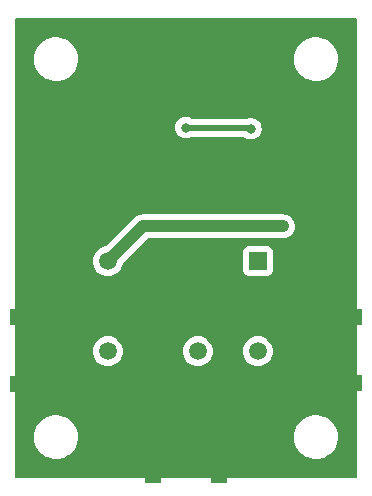
<source format=gbr>
%TF.GenerationSoftware,KiCad,Pcbnew,(6.0.1)*%
%TF.CreationDate,2022-02-11T18:29:38+00:00*%
%TF.ProjectId,Relay_RF_G6E,52656c61-795f-4524-965f-4736452e6b69,rev?*%
%TF.SameCoordinates,Original*%
%TF.FileFunction,Copper,L2,Bot*%
%TF.FilePolarity,Positive*%
%FSLAX46Y46*%
G04 Gerber Fmt 4.6, Leading zero omitted, Abs format (unit mm)*
G04 Created by KiCad (PCBNEW (6.0.1)) date 2022-02-11 18:29:38*
%MOMM*%
%LPD*%
G01*
G04 APERTURE LIST*
%TA.AperFunction,SMDPad,CuDef*%
%ADD10R,4.200000X1.350000*%
%TD*%
%TA.AperFunction,ComponentPad*%
%ADD11R,1.501140X1.501140*%
%TD*%
%TA.AperFunction,ComponentPad*%
%ADD12C,1.501140*%
%TD*%
%TA.AperFunction,SMDPad,CuDef*%
%ADD13R,1.350000X4.200000*%
%TD*%
%TA.AperFunction,ViaPad*%
%ADD14C,0.800000*%
%TD*%
%TA.AperFunction,ViaPad*%
%ADD15C,1.000000*%
%TD*%
%TA.AperFunction,Conductor*%
%ADD16C,0.500000*%
%TD*%
%TA.AperFunction,Conductor*%
%ADD17C,1.000000*%
%TD*%
G04 APERTURE END LIST*
D10*
%TO.P,J2,2,Ext*%
%TO.N,GND*%
X102223900Y-131526800D03*
X102223900Y-125876800D03*
%TD*%
D11*
%TO.P,K1,1*%
%TO.N,Net-(C1-Pad1)*%
X121091700Y-121108900D03*
D12*
%TO.P,K1,6*%
%TO.N,Net-(C2-Pad1)*%
X108391700Y-121108900D03*
%TO.P,K1,7*%
%TO.N,Net-(J2-Pad1)*%
X108391700Y-128728900D03*
%TO.P,K1,10*%
%TO.N,Net-(J3-Pad1)*%
X116011700Y-128728900D03*
%TO.P,K1,12*%
%TO.N,Net-(J4-Pad1)*%
X121091700Y-128728900D03*
%TD*%
D10*
%TO.P,J4,2,Ext*%
%TO.N,GND*%
X127823900Y-125800600D03*
X127823900Y-131450600D03*
%TD*%
D13*
%TO.P,J3,2,Ext*%
%TO.N,GND*%
X112175000Y-137800000D03*
X117825000Y-137800000D03*
%TD*%
D14*
%TO.N,GND*%
X111353600Y-134950200D03*
X117043200Y-133324600D03*
X123088400Y-126619000D03*
X118643400Y-135026400D03*
D15*
X118643400Y-107746800D03*
D14*
X110693200Y-138836400D03*
X112826800Y-132537200D03*
X128727200Y-124358400D03*
X103784400Y-124180600D03*
X119278400Y-136423400D03*
X117703600Y-127558800D03*
X105079800Y-130759200D03*
X124942600Y-132105400D03*
X124968000Y-126720600D03*
X121310400Y-130657600D03*
X124968000Y-125323600D03*
X120700800Y-126695200D03*
X126085600Y-124460000D03*
X112826800Y-134950200D03*
X128879600Y-132791200D03*
X112852200Y-130073400D03*
X110896400Y-128397000D03*
X106603800Y-126466600D03*
X106781600Y-130810000D03*
X103682800Y-132943600D03*
X119278400Y-129895600D03*
X124891800Y-130556000D03*
X119253000Y-138938000D03*
X117779800Y-129895600D03*
X105181400Y-125298200D03*
X110718600Y-136474200D03*
X119151400Y-127482600D03*
X123113800Y-130606800D03*
X105181400Y-126542800D03*
X101244400Y-132969000D03*
X101320600Y-124180600D03*
X117144800Y-135026400D03*
X105079800Y-132207000D03*
D15*
X109800000Y-110150000D03*
D14*
X115849400Y-126619000D03*
X117017800Y-131318000D03*
X109575600Y-131038600D03*
D15*
X119507000Y-111836200D03*
D14*
X109499400Y-126441200D03*
X113766600Y-127838200D03*
X126441200Y-132867400D03*
%TO.N,Net-(J1-Pad2)*%
X120500000Y-109900000D03*
X115000000Y-109800000D03*
D15*
%TO.N,Net-(C2-Pad1)*%
X123215400Y-118160800D03*
%TD*%
D16*
%TO.N,Net-(J1-Pad2)*%
X115000000Y-109800000D02*
X120250000Y-109800000D01*
X120250000Y-109800000D02*
X120400000Y-109800000D01*
X120400000Y-109800000D02*
X120500000Y-109900000D01*
D17*
%TO.N,Net-(C2-Pad1)*%
X123215400Y-118160800D02*
X111339800Y-118160800D01*
X111339800Y-118160800D02*
X108391700Y-121108900D01*
%TD*%
%TA.AperFunction,Conductor*%
%TO.N,GND*%
G36*
X129434121Y-100528002D02*
G01*
X129480614Y-100581658D01*
X129492000Y-100634000D01*
X129492000Y-139366000D01*
X129471998Y-139434121D01*
X129418342Y-139480614D01*
X129366000Y-139492000D01*
X100634000Y-139492000D01*
X100565879Y-139471998D01*
X100519386Y-139418342D01*
X100508000Y-139366000D01*
X100508000Y-136042277D01*
X102137009Y-136042277D01*
X102162625Y-136310769D01*
X102163710Y-136315203D01*
X102163711Y-136315209D01*
X102225645Y-136568312D01*
X102226731Y-136572750D01*
X102327985Y-136822733D01*
X102464265Y-137055482D01*
X102467118Y-137059049D01*
X102584686Y-137206060D01*
X102632716Y-137266119D01*
X102829809Y-137450234D01*
X103051416Y-137603968D01*
X103055499Y-137605999D01*
X103055502Y-137606001D01*
X103171013Y-137663466D01*
X103292894Y-137724101D01*
X103297228Y-137725522D01*
X103297231Y-137725523D01*
X103544853Y-137806698D01*
X103544859Y-137806699D01*
X103549186Y-137808118D01*
X103553677Y-137808898D01*
X103553678Y-137808898D01*
X103811140Y-137853601D01*
X103811148Y-137853602D01*
X103814921Y-137854257D01*
X103818758Y-137854448D01*
X103898578Y-137858422D01*
X103898586Y-137858422D01*
X103900149Y-137858500D01*
X104068512Y-137858500D01*
X104070780Y-137858335D01*
X104070792Y-137858335D01*
X104201884Y-137848823D01*
X104269004Y-137843953D01*
X104273459Y-137842969D01*
X104273462Y-137842969D01*
X104527912Y-137786791D01*
X104527916Y-137786790D01*
X104532372Y-137785806D01*
X104658480Y-137738028D01*
X104780318Y-137691868D01*
X104780321Y-137691867D01*
X104784588Y-137690250D01*
X105020368Y-137559286D01*
X105234773Y-137395657D01*
X105423312Y-137202792D01*
X105582034Y-136984730D01*
X105665190Y-136826676D01*
X105705490Y-136750079D01*
X105705493Y-136750073D01*
X105707615Y-136746039D01*
X105770378Y-136568312D01*
X105795902Y-136496033D01*
X105795902Y-136496032D01*
X105797425Y-136491720D01*
X105849581Y-136227100D01*
X105858782Y-136042277D01*
X124137009Y-136042277D01*
X124162625Y-136310769D01*
X124163710Y-136315203D01*
X124163711Y-136315209D01*
X124225645Y-136568312D01*
X124226731Y-136572750D01*
X124327985Y-136822733D01*
X124464265Y-137055482D01*
X124467118Y-137059049D01*
X124584686Y-137206060D01*
X124632716Y-137266119D01*
X124829809Y-137450234D01*
X125051416Y-137603968D01*
X125055499Y-137605999D01*
X125055502Y-137606001D01*
X125171013Y-137663466D01*
X125292894Y-137724101D01*
X125297228Y-137725522D01*
X125297231Y-137725523D01*
X125544853Y-137806698D01*
X125544859Y-137806699D01*
X125549186Y-137808118D01*
X125553677Y-137808898D01*
X125553678Y-137808898D01*
X125811140Y-137853601D01*
X125811148Y-137853602D01*
X125814921Y-137854257D01*
X125818758Y-137854448D01*
X125898578Y-137858422D01*
X125898586Y-137858422D01*
X125900149Y-137858500D01*
X126068512Y-137858500D01*
X126070780Y-137858335D01*
X126070792Y-137858335D01*
X126201884Y-137848823D01*
X126269004Y-137843953D01*
X126273459Y-137842969D01*
X126273462Y-137842969D01*
X126527912Y-137786791D01*
X126527916Y-137786790D01*
X126532372Y-137785806D01*
X126658480Y-137738028D01*
X126780318Y-137691868D01*
X126780321Y-137691867D01*
X126784588Y-137690250D01*
X127020368Y-137559286D01*
X127234773Y-137395657D01*
X127423312Y-137202792D01*
X127582034Y-136984730D01*
X127665190Y-136826676D01*
X127705490Y-136750079D01*
X127705493Y-136750073D01*
X127707615Y-136746039D01*
X127770378Y-136568312D01*
X127795902Y-136496033D01*
X127795902Y-136496032D01*
X127797425Y-136491720D01*
X127849581Y-136227100D01*
X127858782Y-136042277D01*
X127862764Y-135962292D01*
X127862764Y-135962286D01*
X127862991Y-135957723D01*
X127837375Y-135689231D01*
X127792042Y-135503967D01*
X127774355Y-135431688D01*
X127773269Y-135427250D01*
X127672015Y-135177267D01*
X127535735Y-134944518D01*
X127417928Y-134797208D01*
X127370136Y-134737447D01*
X127370135Y-134737445D01*
X127367284Y-134733881D01*
X127170191Y-134549766D01*
X126948584Y-134396032D01*
X126944501Y-134394001D01*
X126944498Y-134393999D01*
X126779606Y-134311967D01*
X126707106Y-134275899D01*
X126702772Y-134274478D01*
X126702769Y-134274477D01*
X126455147Y-134193302D01*
X126455141Y-134193301D01*
X126450814Y-134191882D01*
X126446322Y-134191102D01*
X126188860Y-134146399D01*
X126188852Y-134146398D01*
X126185079Y-134145743D01*
X126173817Y-134145182D01*
X126101422Y-134141578D01*
X126101414Y-134141578D01*
X126099851Y-134141500D01*
X125931488Y-134141500D01*
X125929220Y-134141665D01*
X125929208Y-134141665D01*
X125798116Y-134151177D01*
X125730996Y-134156047D01*
X125726541Y-134157031D01*
X125726538Y-134157031D01*
X125472088Y-134213209D01*
X125472084Y-134213210D01*
X125467628Y-134214194D01*
X125341520Y-134261972D01*
X125219682Y-134308132D01*
X125219679Y-134308133D01*
X125215412Y-134309750D01*
X124979632Y-134440714D01*
X124765227Y-134604343D01*
X124576688Y-134797208D01*
X124417966Y-135015270D01*
X124415844Y-135019304D01*
X124294510Y-135249921D01*
X124294507Y-135249927D01*
X124292385Y-135253961D01*
X124290865Y-135258266D01*
X124290863Y-135258270D01*
X124204098Y-135503967D01*
X124202575Y-135508280D01*
X124150419Y-135772900D01*
X124150192Y-135777453D01*
X124150192Y-135777456D01*
X124140991Y-135962292D01*
X124137009Y-136042277D01*
X105858782Y-136042277D01*
X105862764Y-135962292D01*
X105862764Y-135962286D01*
X105862991Y-135957723D01*
X105837375Y-135689231D01*
X105792042Y-135503967D01*
X105774355Y-135431688D01*
X105773269Y-135427250D01*
X105672015Y-135177267D01*
X105535735Y-134944518D01*
X105417928Y-134797208D01*
X105370136Y-134737447D01*
X105370135Y-134737445D01*
X105367284Y-134733881D01*
X105170191Y-134549766D01*
X104948584Y-134396032D01*
X104944501Y-134394001D01*
X104944498Y-134393999D01*
X104779606Y-134311967D01*
X104707106Y-134275899D01*
X104702772Y-134274478D01*
X104702769Y-134274477D01*
X104455147Y-134193302D01*
X104455141Y-134193301D01*
X104450814Y-134191882D01*
X104446322Y-134191102D01*
X104188860Y-134146399D01*
X104188852Y-134146398D01*
X104185079Y-134145743D01*
X104173817Y-134145182D01*
X104101422Y-134141578D01*
X104101414Y-134141578D01*
X104099851Y-134141500D01*
X103931488Y-134141500D01*
X103929220Y-134141665D01*
X103929208Y-134141665D01*
X103798116Y-134151177D01*
X103730996Y-134156047D01*
X103726541Y-134157031D01*
X103726538Y-134157031D01*
X103472088Y-134213209D01*
X103472084Y-134213210D01*
X103467628Y-134214194D01*
X103341520Y-134261972D01*
X103219682Y-134308132D01*
X103219679Y-134308133D01*
X103215412Y-134309750D01*
X102979632Y-134440714D01*
X102765227Y-134604343D01*
X102576688Y-134797208D01*
X102417966Y-135015270D01*
X102415844Y-135019304D01*
X102294510Y-135249921D01*
X102294507Y-135249927D01*
X102292385Y-135253961D01*
X102290865Y-135258266D01*
X102290863Y-135258270D01*
X102204098Y-135503967D01*
X102202575Y-135508280D01*
X102150419Y-135772900D01*
X102150192Y-135777453D01*
X102150192Y-135777456D01*
X102140991Y-135962292D01*
X102137009Y-136042277D01*
X100508000Y-136042277D01*
X100508000Y-128728900D01*
X107127821Y-128728900D01*
X107147022Y-128948370D01*
X107204042Y-129161172D01*
X107297149Y-129360839D01*
X107423513Y-129541306D01*
X107579294Y-129697087D01*
X107583802Y-129700244D01*
X107583805Y-129700246D01*
X107658891Y-129752821D01*
X107759760Y-129823451D01*
X107764742Y-129825774D01*
X107764747Y-129825777D01*
X107954446Y-129914235D01*
X107959428Y-129916558D01*
X107964736Y-129917980D01*
X107964738Y-129917981D01*
X108166915Y-129972154D01*
X108166917Y-129972154D01*
X108172230Y-129973578D01*
X108391700Y-129992779D01*
X108611170Y-129973578D01*
X108616483Y-129972154D01*
X108616485Y-129972154D01*
X108818662Y-129917981D01*
X108818664Y-129917980D01*
X108823972Y-129916558D01*
X108828954Y-129914235D01*
X109018653Y-129825777D01*
X109018658Y-129825774D01*
X109023640Y-129823451D01*
X109124509Y-129752821D01*
X109199595Y-129700246D01*
X109199598Y-129700244D01*
X109204106Y-129697087D01*
X109359887Y-129541306D01*
X109486251Y-129360839D01*
X109579358Y-129161172D01*
X109636378Y-128948370D01*
X109655579Y-128728900D01*
X114747821Y-128728900D01*
X114767022Y-128948370D01*
X114824042Y-129161172D01*
X114917149Y-129360839D01*
X115043513Y-129541306D01*
X115199294Y-129697087D01*
X115203802Y-129700244D01*
X115203805Y-129700246D01*
X115278891Y-129752821D01*
X115379760Y-129823451D01*
X115384742Y-129825774D01*
X115384747Y-129825777D01*
X115574446Y-129914235D01*
X115579428Y-129916558D01*
X115584736Y-129917980D01*
X115584738Y-129917981D01*
X115786915Y-129972154D01*
X115786917Y-129972154D01*
X115792230Y-129973578D01*
X116011700Y-129992779D01*
X116231170Y-129973578D01*
X116236483Y-129972154D01*
X116236485Y-129972154D01*
X116438662Y-129917981D01*
X116438664Y-129917980D01*
X116443972Y-129916558D01*
X116448954Y-129914235D01*
X116638653Y-129825777D01*
X116638658Y-129825774D01*
X116643640Y-129823451D01*
X116744509Y-129752821D01*
X116819595Y-129700246D01*
X116819598Y-129700244D01*
X116824106Y-129697087D01*
X116979887Y-129541306D01*
X117106251Y-129360839D01*
X117199358Y-129161172D01*
X117256378Y-128948370D01*
X117275579Y-128728900D01*
X119827821Y-128728900D01*
X119847022Y-128948370D01*
X119904042Y-129161172D01*
X119997149Y-129360839D01*
X120123513Y-129541306D01*
X120279294Y-129697087D01*
X120283802Y-129700244D01*
X120283805Y-129700246D01*
X120358891Y-129752821D01*
X120459760Y-129823451D01*
X120464742Y-129825774D01*
X120464747Y-129825777D01*
X120654446Y-129914235D01*
X120659428Y-129916558D01*
X120664736Y-129917980D01*
X120664738Y-129917981D01*
X120866915Y-129972154D01*
X120866917Y-129972154D01*
X120872230Y-129973578D01*
X121091700Y-129992779D01*
X121311170Y-129973578D01*
X121316483Y-129972154D01*
X121316485Y-129972154D01*
X121518662Y-129917981D01*
X121518664Y-129917980D01*
X121523972Y-129916558D01*
X121528954Y-129914235D01*
X121718653Y-129825777D01*
X121718658Y-129825774D01*
X121723640Y-129823451D01*
X121824509Y-129752821D01*
X121899595Y-129700246D01*
X121899598Y-129700244D01*
X121904106Y-129697087D01*
X122059887Y-129541306D01*
X122186251Y-129360839D01*
X122279358Y-129161172D01*
X122336378Y-128948370D01*
X122355579Y-128728900D01*
X122336378Y-128509430D01*
X122279358Y-128296628D01*
X122186251Y-128096961D01*
X122059887Y-127916494D01*
X121904106Y-127760713D01*
X121899598Y-127757556D01*
X121899595Y-127757554D01*
X121824509Y-127704979D01*
X121723640Y-127634349D01*
X121718658Y-127632026D01*
X121718653Y-127632023D01*
X121528954Y-127543565D01*
X121528953Y-127543564D01*
X121523972Y-127541242D01*
X121518664Y-127539820D01*
X121518662Y-127539819D01*
X121316485Y-127485646D01*
X121316483Y-127485646D01*
X121311170Y-127484222D01*
X121091700Y-127465021D01*
X120872230Y-127484222D01*
X120866917Y-127485646D01*
X120866915Y-127485646D01*
X120664738Y-127539819D01*
X120664736Y-127539820D01*
X120659428Y-127541242D01*
X120654448Y-127543564D01*
X120654446Y-127543565D01*
X120464742Y-127632026D01*
X120464739Y-127632028D01*
X120459761Y-127634349D01*
X120279294Y-127760713D01*
X120123513Y-127916494D01*
X119997149Y-128096961D01*
X119904042Y-128296628D01*
X119847022Y-128509430D01*
X119827821Y-128728900D01*
X117275579Y-128728900D01*
X117256378Y-128509430D01*
X117199358Y-128296628D01*
X117106251Y-128096961D01*
X116979887Y-127916494D01*
X116824106Y-127760713D01*
X116819598Y-127757556D01*
X116819595Y-127757554D01*
X116744509Y-127704979D01*
X116643640Y-127634349D01*
X116638658Y-127632026D01*
X116638653Y-127632023D01*
X116448954Y-127543565D01*
X116448953Y-127543564D01*
X116443972Y-127541242D01*
X116438664Y-127539820D01*
X116438662Y-127539819D01*
X116236485Y-127485646D01*
X116236483Y-127485646D01*
X116231170Y-127484222D01*
X116011700Y-127465021D01*
X115792230Y-127484222D01*
X115786917Y-127485646D01*
X115786915Y-127485646D01*
X115584738Y-127539819D01*
X115584736Y-127539820D01*
X115579428Y-127541242D01*
X115574448Y-127543564D01*
X115574446Y-127543565D01*
X115384742Y-127632026D01*
X115384739Y-127632028D01*
X115379761Y-127634349D01*
X115199294Y-127760713D01*
X115043513Y-127916494D01*
X114917149Y-128096961D01*
X114824042Y-128296628D01*
X114767022Y-128509430D01*
X114747821Y-128728900D01*
X109655579Y-128728900D01*
X109636378Y-128509430D01*
X109579358Y-128296628D01*
X109486251Y-128096961D01*
X109359887Y-127916494D01*
X109204106Y-127760713D01*
X109199598Y-127757556D01*
X109199595Y-127757554D01*
X109124509Y-127704979D01*
X109023640Y-127634349D01*
X109018658Y-127632026D01*
X109018653Y-127632023D01*
X108828954Y-127543565D01*
X108828953Y-127543564D01*
X108823972Y-127541242D01*
X108818664Y-127539820D01*
X108818662Y-127539819D01*
X108616485Y-127485646D01*
X108616483Y-127485646D01*
X108611170Y-127484222D01*
X108391700Y-127465021D01*
X108172230Y-127484222D01*
X108166917Y-127485646D01*
X108166915Y-127485646D01*
X107964738Y-127539819D01*
X107964736Y-127539820D01*
X107959428Y-127541242D01*
X107954448Y-127543564D01*
X107954446Y-127543565D01*
X107764742Y-127632026D01*
X107764739Y-127632028D01*
X107759761Y-127634349D01*
X107579294Y-127760713D01*
X107423513Y-127916494D01*
X107297149Y-128096961D01*
X107204042Y-128296628D01*
X107147022Y-128509430D01*
X107127821Y-128728900D01*
X100508000Y-128728900D01*
X100508000Y-121108900D01*
X107127821Y-121108900D01*
X107147022Y-121328370D01*
X107204042Y-121541172D01*
X107297149Y-121740839D01*
X107423513Y-121921306D01*
X107579294Y-122077087D01*
X107583802Y-122080244D01*
X107583805Y-122080246D01*
X107608828Y-122097767D01*
X107759760Y-122203451D01*
X107764742Y-122205774D01*
X107764747Y-122205777D01*
X107954446Y-122294235D01*
X107959428Y-122296558D01*
X107964736Y-122297980D01*
X107964738Y-122297981D01*
X108166915Y-122352154D01*
X108166917Y-122352154D01*
X108172230Y-122353578D01*
X108391700Y-122372779D01*
X108611170Y-122353578D01*
X108616483Y-122352154D01*
X108616485Y-122352154D01*
X108818662Y-122297981D01*
X108818664Y-122297980D01*
X108823972Y-122296558D01*
X108828954Y-122294235D01*
X109018653Y-122205777D01*
X109018658Y-122205774D01*
X109023640Y-122203451D01*
X109174572Y-122097767D01*
X109199595Y-122080246D01*
X109199598Y-122080244D01*
X109204106Y-122077087D01*
X109359887Y-121921306D01*
X109369481Y-121907604D01*
X119832630Y-121907604D01*
X119839385Y-121969786D01*
X119890515Y-122106175D01*
X119977869Y-122222731D01*
X120094425Y-122310085D01*
X120230814Y-122361215D01*
X120292996Y-122367970D01*
X121890404Y-122367970D01*
X121952586Y-122361215D01*
X122088975Y-122310085D01*
X122205531Y-122222731D01*
X122292885Y-122106175D01*
X122344015Y-121969786D01*
X122350770Y-121907604D01*
X122350770Y-120310196D01*
X122344015Y-120248014D01*
X122292885Y-120111625D01*
X122205531Y-119995069D01*
X122088975Y-119907715D01*
X121952586Y-119856585D01*
X121890404Y-119849830D01*
X120292996Y-119849830D01*
X120230814Y-119856585D01*
X120094425Y-119907715D01*
X119977869Y-119995069D01*
X119890515Y-120111625D01*
X119839385Y-120248014D01*
X119832630Y-120310196D01*
X119832630Y-121907604D01*
X109369481Y-121907604D01*
X109486251Y-121740839D01*
X109579358Y-121541172D01*
X109636378Y-121328370D01*
X109636857Y-121322890D01*
X109637005Y-121322053D01*
X109671996Y-121254839D01*
X111720629Y-119206205D01*
X111782941Y-119172180D01*
X111809724Y-119169300D01*
X123147626Y-119169300D01*
X123162545Y-119170186D01*
X123194177Y-119173958D01*
X123200312Y-119173486D01*
X123200314Y-119173486D01*
X123249889Y-119169671D01*
X123259556Y-119169300D01*
X123265169Y-119169300D01*
X123301991Y-119165690D01*
X123304612Y-119165460D01*
X123311218Y-119164952D01*
X123385231Y-119159257D01*
X123385235Y-119159256D01*
X123391372Y-119158784D01*
X123397303Y-119157128D01*
X123401745Y-119156345D01*
X123406108Y-119155481D01*
X123412233Y-119154880D01*
X123495531Y-119129731D01*
X123498065Y-119128995D01*
X123575925Y-119107256D01*
X123575926Y-119107256D01*
X123581863Y-119105598D01*
X123587367Y-119102818D01*
X123591564Y-119101190D01*
X123595673Y-119099496D01*
X123601569Y-119097716D01*
X123678394Y-119056868D01*
X123680736Y-119055654D01*
X123752902Y-119019200D01*
X123758396Y-119016425D01*
X123763249Y-119012633D01*
X123767008Y-119010248D01*
X123770751Y-119007761D01*
X123776196Y-119004866D01*
X123843648Y-118949853D01*
X123845689Y-118948224D01*
X123909387Y-118898459D01*
X123909393Y-118898453D01*
X123914247Y-118894661D01*
X123918273Y-118889997D01*
X123921494Y-118886929D01*
X123924683Y-118883763D01*
X123929462Y-118879865D01*
X123984941Y-118812803D01*
X123986575Y-118810869D01*
X124043478Y-118744945D01*
X124046521Y-118739588D01*
X124049108Y-118735921D01*
X124051604Y-118732221D01*
X124055530Y-118727475D01*
X124096937Y-118650895D01*
X124098208Y-118648603D01*
X124138125Y-118578337D01*
X124141169Y-118572979D01*
X124143113Y-118567135D01*
X124144947Y-118563016D01*
X124146672Y-118558913D01*
X124149598Y-118553501D01*
X124175332Y-118470368D01*
X124176135Y-118467867D01*
X124201649Y-118391169D01*
X124203597Y-118385313D01*
X124204370Y-118379192D01*
X124205369Y-118374795D01*
X124206260Y-118370452D01*
X124208082Y-118364568D01*
X124217180Y-118278005D01*
X124217482Y-118275397D01*
X124227943Y-118192596D01*
X124227943Y-118192591D01*
X124228385Y-118189095D01*
X124228670Y-118168684D01*
X124228755Y-118167875D01*
X124228691Y-118167172D01*
X124228780Y-118160800D01*
X124219505Y-118066203D01*
X124219423Y-118065328D01*
X124211388Y-117977045D01*
X124210830Y-117970912D01*
X124209827Y-117967503D01*
X124209480Y-117963967D01*
X124182039Y-117873079D01*
X124181814Y-117872325D01*
X124156729Y-117787091D01*
X124154990Y-117781181D01*
X124153342Y-117778028D01*
X124152316Y-117774631D01*
X124107689Y-117690699D01*
X124107322Y-117690001D01*
X124066214Y-117611369D01*
X124063360Y-117605910D01*
X124061135Y-117603142D01*
X124059466Y-117600004D01*
X124044710Y-117581911D01*
X123999459Y-117526428D01*
X123998906Y-117525744D01*
X123943298Y-117456582D01*
X123943292Y-117456576D01*
X123939432Y-117451775D01*
X123936711Y-117449492D01*
X123934465Y-117446738D01*
X123928418Y-117441735D01*
X123884421Y-117405338D01*
X123861264Y-117386181D01*
X123860729Y-117385735D01*
X123787926Y-117324646D01*
X123784811Y-117322934D01*
X123782075Y-117320670D01*
X123698501Y-117275482D01*
X123697763Y-117275079D01*
X123685147Y-117268143D01*
X123614613Y-117229367D01*
X123611230Y-117228294D01*
X123608101Y-117226602D01*
X123517374Y-117198518D01*
X123516558Y-117198262D01*
X123431965Y-117171427D01*
X123431961Y-117171426D01*
X123426094Y-117169565D01*
X123422563Y-117169169D01*
X123419168Y-117168118D01*
X123324693Y-117158189D01*
X123323979Y-117158111D01*
X123272173Y-117152300D01*
X123269600Y-117152300D01*
X123265624Y-117151980D01*
X123228604Y-117148089D01*
X123228602Y-117148089D01*
X123222475Y-117147445D01*
X123174830Y-117151781D01*
X123163410Y-117152300D01*
X111401643Y-117152300D01*
X111388036Y-117151563D01*
X111356538Y-117148141D01*
X111356533Y-117148141D01*
X111350412Y-117147476D01*
X111324162Y-117149773D01*
X111300412Y-117151850D01*
X111295586Y-117152179D01*
X111293114Y-117152300D01*
X111290031Y-117152300D01*
X111278062Y-117153474D01*
X111247294Y-117156490D01*
X111245981Y-117156612D01*
X111201716Y-117160485D01*
X111153387Y-117164713D01*
X111148268Y-117166200D01*
X111142967Y-117166720D01*
X111053966Y-117193591D01*
X111052833Y-117193926D01*
X110969386Y-117218170D01*
X110969382Y-117218172D01*
X110963464Y-117219891D01*
X110958732Y-117222344D01*
X110953631Y-117223884D01*
X110948188Y-117226778D01*
X110871540Y-117267531D01*
X110870374Y-117268143D01*
X110793347Y-117308071D01*
X110787874Y-117310908D01*
X110783711Y-117314231D01*
X110779004Y-117316734D01*
X110706882Y-117375555D01*
X110706026Y-117376246D01*
X110666827Y-117407538D01*
X110664323Y-117410042D01*
X110663605Y-117410684D01*
X110659272Y-117414385D01*
X110625738Y-117441735D01*
X110621811Y-117446482D01*
X110621809Y-117446484D01*
X110596513Y-117477062D01*
X110588523Y-117485842D01*
X108245762Y-119828604D01*
X108178547Y-119863595D01*
X108177710Y-119863743D01*
X108172230Y-119864222D01*
X108166915Y-119865646D01*
X108166916Y-119865646D01*
X107964738Y-119919819D01*
X107964736Y-119919820D01*
X107959428Y-119921242D01*
X107954448Y-119923564D01*
X107954446Y-119923565D01*
X107764742Y-120012026D01*
X107764739Y-120012028D01*
X107759761Y-120014349D01*
X107579294Y-120140713D01*
X107423513Y-120296494D01*
X107297149Y-120476961D01*
X107204042Y-120676628D01*
X107147022Y-120889430D01*
X107127821Y-121108900D01*
X100508000Y-121108900D01*
X100508000Y-109800000D01*
X114086496Y-109800000D01*
X114106458Y-109989928D01*
X114165473Y-110171556D01*
X114260960Y-110336944D01*
X114388747Y-110478866D01*
X114487843Y-110550864D01*
X114537904Y-110587235D01*
X114543248Y-110591118D01*
X114549276Y-110593802D01*
X114549278Y-110593803D01*
X114711681Y-110666109D01*
X114717712Y-110668794D01*
X114804479Y-110687237D01*
X114898056Y-110707128D01*
X114898061Y-110707128D01*
X114904513Y-110708500D01*
X115095487Y-110708500D01*
X115101939Y-110707128D01*
X115101944Y-110707128D01*
X115195521Y-110687237D01*
X115282288Y-110668794D01*
X115288319Y-110666109D01*
X115450722Y-110593803D01*
X115450724Y-110593802D01*
X115456752Y-110591118D01*
X115462091Y-110587239D01*
X115462098Y-110587235D01*
X115468528Y-110582563D01*
X115542587Y-110558500D01*
X119819776Y-110558500D01*
X119887897Y-110578502D01*
X119893834Y-110582562D01*
X120043248Y-110691118D01*
X120049276Y-110693802D01*
X120049278Y-110693803D01*
X120211681Y-110766109D01*
X120217712Y-110768794D01*
X120311112Y-110788647D01*
X120398056Y-110807128D01*
X120398061Y-110807128D01*
X120404513Y-110808500D01*
X120595487Y-110808500D01*
X120601939Y-110807128D01*
X120601944Y-110807128D01*
X120688888Y-110788647D01*
X120782288Y-110768794D01*
X120788319Y-110766109D01*
X120950722Y-110693803D01*
X120950724Y-110693802D01*
X120956752Y-110691118D01*
X121111253Y-110578866D01*
X121239040Y-110436944D01*
X121334527Y-110271556D01*
X121393542Y-110089928D01*
X121403393Y-109996206D01*
X121412814Y-109906565D01*
X121413504Y-109900000D01*
X121393542Y-109710072D01*
X121334527Y-109528444D01*
X121239040Y-109363056D01*
X121111253Y-109221134D01*
X120980375Y-109126045D01*
X120962094Y-109112763D01*
X120962093Y-109112762D01*
X120956752Y-109108882D01*
X120950724Y-109106198D01*
X120950722Y-109106197D01*
X120788319Y-109033891D01*
X120788318Y-109033891D01*
X120782288Y-109031206D01*
X120688887Y-109011353D01*
X120601944Y-108992872D01*
X120601939Y-108992872D01*
X120595487Y-108991500D01*
X120404513Y-108991500D01*
X120398061Y-108992872D01*
X120398056Y-108992872D01*
X120224169Y-109029833D01*
X120224164Y-109029834D01*
X120217712Y-109031206D01*
X120211681Y-109033891D01*
X120207244Y-109035333D01*
X120168307Y-109041500D01*
X115542587Y-109041500D01*
X115468528Y-109017437D01*
X115462098Y-109012765D01*
X115462091Y-109012761D01*
X115456752Y-109008882D01*
X115450724Y-109006198D01*
X115450722Y-109006197D01*
X115288319Y-108933891D01*
X115288318Y-108933891D01*
X115282288Y-108931206D01*
X115188887Y-108911353D01*
X115101944Y-108892872D01*
X115101939Y-108892872D01*
X115095487Y-108891500D01*
X114904513Y-108891500D01*
X114898061Y-108892872D01*
X114898056Y-108892872D01*
X114811113Y-108911353D01*
X114717712Y-108931206D01*
X114711682Y-108933891D01*
X114711681Y-108933891D01*
X114549278Y-109006197D01*
X114549276Y-109006198D01*
X114543248Y-109008882D01*
X114537907Y-109012762D01*
X114537906Y-109012763D01*
X114514410Y-109029834D01*
X114388747Y-109121134D01*
X114260960Y-109263056D01*
X114165473Y-109428444D01*
X114106458Y-109610072D01*
X114105768Y-109616633D01*
X114105768Y-109616635D01*
X114095948Y-109710072D01*
X114086496Y-109800000D01*
X100508000Y-109800000D01*
X100508000Y-104042277D01*
X102137009Y-104042277D01*
X102162625Y-104310769D01*
X102163710Y-104315203D01*
X102163711Y-104315209D01*
X102225645Y-104568312D01*
X102226731Y-104572750D01*
X102327985Y-104822733D01*
X102464265Y-105055482D01*
X102467118Y-105059049D01*
X102584686Y-105206060D01*
X102632716Y-105266119D01*
X102829809Y-105450234D01*
X103051416Y-105603968D01*
X103055499Y-105605999D01*
X103055502Y-105606001D01*
X103171013Y-105663466D01*
X103292894Y-105724101D01*
X103297228Y-105725522D01*
X103297231Y-105725523D01*
X103544853Y-105806698D01*
X103544859Y-105806699D01*
X103549186Y-105808118D01*
X103553677Y-105808898D01*
X103553678Y-105808898D01*
X103811140Y-105853601D01*
X103811148Y-105853602D01*
X103814921Y-105854257D01*
X103818758Y-105854448D01*
X103898578Y-105858422D01*
X103898586Y-105858422D01*
X103900149Y-105858500D01*
X104068512Y-105858500D01*
X104070780Y-105858335D01*
X104070792Y-105858335D01*
X104201884Y-105848823D01*
X104269004Y-105843953D01*
X104273459Y-105842969D01*
X104273462Y-105842969D01*
X104527912Y-105786791D01*
X104527916Y-105786790D01*
X104532372Y-105785806D01*
X104658480Y-105738028D01*
X104780318Y-105691868D01*
X104780321Y-105691867D01*
X104784588Y-105690250D01*
X105020368Y-105559286D01*
X105234773Y-105395657D01*
X105423312Y-105202792D01*
X105582034Y-104984730D01*
X105665190Y-104826676D01*
X105705490Y-104750079D01*
X105705493Y-104750073D01*
X105707615Y-104746039D01*
X105770378Y-104568312D01*
X105795902Y-104496033D01*
X105795902Y-104496032D01*
X105797425Y-104491720D01*
X105849581Y-104227100D01*
X105858782Y-104042277D01*
X124137009Y-104042277D01*
X124162625Y-104310769D01*
X124163710Y-104315203D01*
X124163711Y-104315209D01*
X124225645Y-104568312D01*
X124226731Y-104572750D01*
X124327985Y-104822733D01*
X124464265Y-105055482D01*
X124467118Y-105059049D01*
X124584686Y-105206060D01*
X124632716Y-105266119D01*
X124829809Y-105450234D01*
X125051416Y-105603968D01*
X125055499Y-105605999D01*
X125055502Y-105606001D01*
X125171013Y-105663466D01*
X125292894Y-105724101D01*
X125297228Y-105725522D01*
X125297231Y-105725523D01*
X125544853Y-105806698D01*
X125544859Y-105806699D01*
X125549186Y-105808118D01*
X125553677Y-105808898D01*
X125553678Y-105808898D01*
X125811140Y-105853601D01*
X125811148Y-105853602D01*
X125814921Y-105854257D01*
X125818758Y-105854448D01*
X125898578Y-105858422D01*
X125898586Y-105858422D01*
X125900149Y-105858500D01*
X126068512Y-105858500D01*
X126070780Y-105858335D01*
X126070792Y-105858335D01*
X126201884Y-105848823D01*
X126269004Y-105843953D01*
X126273459Y-105842969D01*
X126273462Y-105842969D01*
X126527912Y-105786791D01*
X126527916Y-105786790D01*
X126532372Y-105785806D01*
X126658480Y-105738028D01*
X126780318Y-105691868D01*
X126780321Y-105691867D01*
X126784588Y-105690250D01*
X127020368Y-105559286D01*
X127234773Y-105395657D01*
X127423312Y-105202792D01*
X127582034Y-104984730D01*
X127665190Y-104826676D01*
X127705490Y-104750079D01*
X127705493Y-104750073D01*
X127707615Y-104746039D01*
X127770378Y-104568312D01*
X127795902Y-104496033D01*
X127795902Y-104496032D01*
X127797425Y-104491720D01*
X127849581Y-104227100D01*
X127858782Y-104042277D01*
X127862764Y-103962292D01*
X127862764Y-103962286D01*
X127862991Y-103957723D01*
X127837375Y-103689231D01*
X127792042Y-103503967D01*
X127774355Y-103431688D01*
X127773269Y-103427250D01*
X127672015Y-103177267D01*
X127535735Y-102944518D01*
X127417928Y-102797208D01*
X127370136Y-102737447D01*
X127370135Y-102737445D01*
X127367284Y-102733881D01*
X127170191Y-102549766D01*
X126948584Y-102396032D01*
X126944501Y-102394001D01*
X126944498Y-102393999D01*
X126779606Y-102311967D01*
X126707106Y-102275899D01*
X126702772Y-102274478D01*
X126702769Y-102274477D01*
X126455147Y-102193302D01*
X126455141Y-102193301D01*
X126450814Y-102191882D01*
X126446322Y-102191102D01*
X126188860Y-102146399D01*
X126188852Y-102146398D01*
X126185079Y-102145743D01*
X126173817Y-102145182D01*
X126101422Y-102141578D01*
X126101414Y-102141578D01*
X126099851Y-102141500D01*
X125931488Y-102141500D01*
X125929220Y-102141665D01*
X125929208Y-102141665D01*
X125798116Y-102151177D01*
X125730996Y-102156047D01*
X125726541Y-102157031D01*
X125726538Y-102157031D01*
X125472088Y-102213209D01*
X125472084Y-102213210D01*
X125467628Y-102214194D01*
X125341520Y-102261972D01*
X125219682Y-102308132D01*
X125219679Y-102308133D01*
X125215412Y-102309750D01*
X124979632Y-102440714D01*
X124765227Y-102604343D01*
X124576688Y-102797208D01*
X124417966Y-103015270D01*
X124415844Y-103019304D01*
X124294510Y-103249921D01*
X124294507Y-103249927D01*
X124292385Y-103253961D01*
X124290865Y-103258266D01*
X124290863Y-103258270D01*
X124204098Y-103503967D01*
X124202575Y-103508280D01*
X124150419Y-103772900D01*
X124150192Y-103777453D01*
X124150192Y-103777456D01*
X124140991Y-103962292D01*
X124137009Y-104042277D01*
X105858782Y-104042277D01*
X105862764Y-103962292D01*
X105862764Y-103962286D01*
X105862991Y-103957723D01*
X105837375Y-103689231D01*
X105792042Y-103503967D01*
X105774355Y-103431688D01*
X105773269Y-103427250D01*
X105672015Y-103177267D01*
X105535735Y-102944518D01*
X105417928Y-102797208D01*
X105370136Y-102737447D01*
X105370135Y-102737445D01*
X105367284Y-102733881D01*
X105170191Y-102549766D01*
X104948584Y-102396032D01*
X104944501Y-102394001D01*
X104944498Y-102393999D01*
X104779606Y-102311967D01*
X104707106Y-102275899D01*
X104702772Y-102274478D01*
X104702769Y-102274477D01*
X104455147Y-102193302D01*
X104455141Y-102193301D01*
X104450814Y-102191882D01*
X104446322Y-102191102D01*
X104188860Y-102146399D01*
X104188852Y-102146398D01*
X104185079Y-102145743D01*
X104173817Y-102145182D01*
X104101422Y-102141578D01*
X104101414Y-102141578D01*
X104099851Y-102141500D01*
X103931488Y-102141500D01*
X103929220Y-102141665D01*
X103929208Y-102141665D01*
X103798116Y-102151177D01*
X103730996Y-102156047D01*
X103726541Y-102157031D01*
X103726538Y-102157031D01*
X103472088Y-102213209D01*
X103472084Y-102213210D01*
X103467628Y-102214194D01*
X103341520Y-102261972D01*
X103219682Y-102308132D01*
X103219679Y-102308133D01*
X103215412Y-102309750D01*
X102979632Y-102440714D01*
X102765227Y-102604343D01*
X102576688Y-102797208D01*
X102417966Y-103015270D01*
X102415844Y-103019304D01*
X102294510Y-103249921D01*
X102294507Y-103249927D01*
X102292385Y-103253961D01*
X102290865Y-103258266D01*
X102290863Y-103258270D01*
X102204098Y-103503967D01*
X102202575Y-103508280D01*
X102150419Y-103772900D01*
X102150192Y-103777453D01*
X102150192Y-103777456D01*
X102140991Y-103962292D01*
X102137009Y-104042277D01*
X100508000Y-104042277D01*
X100508000Y-100634000D01*
X100528002Y-100565879D01*
X100581658Y-100519386D01*
X100634000Y-100508000D01*
X129366000Y-100508000D01*
X129434121Y-100528002D01*
G37*
%TD.AperFunction*%
%TD*%
M02*

</source>
